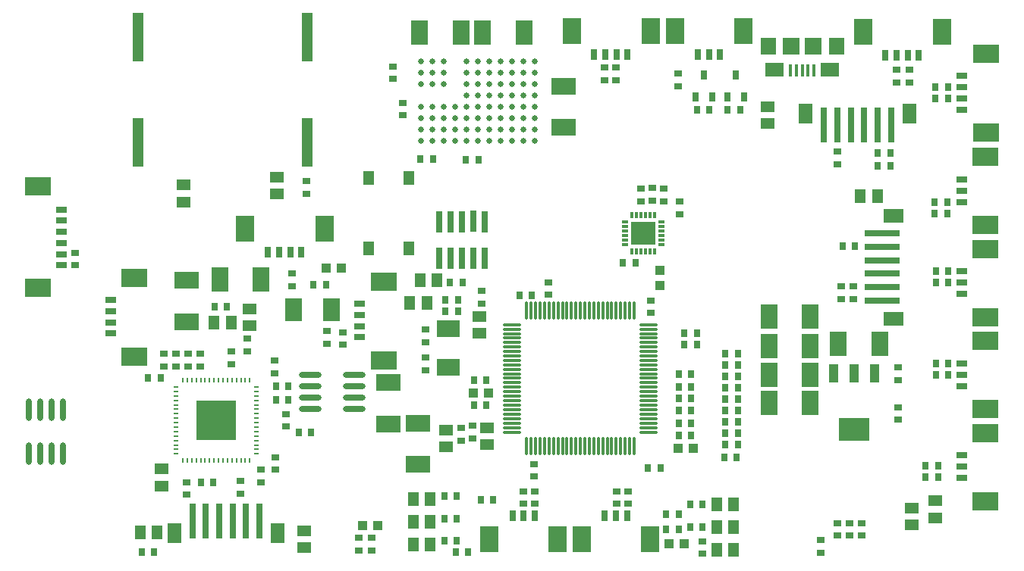
<source format=gtp>
%FSTAX23Y23*%
%MOIN*%
%SFA1B1*%

%IPPOS*%
%ADD10R,0.051180X0.061020*%
%ADD11R,0.059060X0.051180*%
%ADD12R,0.047240X0.212600*%
%ADD13R,0.031500X0.051180*%
%ADD14R,0.043310X0.039370*%
%ADD15R,0.039370X0.043310*%
%ADD16R,0.035430X0.031500*%
%ADD17R,0.031500X0.035430*%
%ADD18C,0.024800*%
%ADD19R,0.074800X0.106300*%
%ADD20R,0.157480X0.031500*%
%ADD21R,0.039370X0.078740*%
%ADD22R,0.137800X0.098430*%
%ADD23R,0.051180X0.031500*%
%ADD24R,0.102360X0.074800*%
%ADD25R,0.051180X0.059060*%
%ADD26O,0.082680X0.011810*%
%ADD27O,0.011810X0.082680*%
%ADD28R,0.031500X0.094490*%
%ADD29R,0.106300X0.074800*%
%ADD30R,0.031500X0.039370*%
%ADD31R,0.015750X0.053150*%
%ADD32R,0.070870X0.074800*%
%ADD33R,0.074800X0.074800*%
%ADD34R,0.082680X0.062990*%
%ADD35R,0.031500X0.157480*%
%ADD36O,0.009840X0.025590*%
%ADD37R,0.177160X0.177160*%
%ADD38O,0.025590X0.009840*%
%ADD39O,0.027560X0.098430*%
%ADD40O,0.098430X0.027560*%
%ADD41R,0.074800X0.102360*%
%ADD42R,0.031500X0.013780*%
%ADD43R,0.013780X0.031500*%
%ADD44R,0.106300X0.102360*%
%ADD60R,0.082680X0.118110*%
%ADD61R,0.090550X0.059060*%
%ADD62R,0.118110X0.082680*%
%ADD63R,0.059060X0.090550*%
%LNninja_ecu_pcb-1*%
%LPD*%
G54D10*
X02215Y02625D03*
X02392D03*
Y02937D03*
X02215D03*
G54D11*
X0181Y0294D03*
Y02865D03*
X027Y02252D03*
Y02327D03*
X014Y02905D03*
Y0283D03*
X02555Y01752D03*
Y01827D03*
X02735Y01762D03*
Y01837D03*
X03968Y03175D03*
Y0325D03*
X04705Y0144D03*
Y01515D03*
X046Y01484D03*
Y0141D03*
X01305Y0158D03*
Y01655D03*
X0169Y02285D03*
Y0236D03*
X0193Y01384D03*
Y0131D03*
G54D12*
X01945Y03555D03*
Y03094D03*
X012Y03555D03*
Y03094D03*
G54D13*
X0182Y0261D03*
X0177D03*
X01869D03*
X01918D03*
X03352Y0348D03*
X03254D03*
X03303D03*
X03205D03*
X03758D03*
X03709D03*
X0366D03*
X04534Y03475D03*
X04485D03*
X04583D03*
X04632D03*
X0335Y0145D03*
X033D03*
X03251D03*
X02945D03*
X02895D03*
X02846D03*
G54D14*
X02255Y01405D03*
X02188D03*
X03535Y01325D03*
X03601D03*
X02675Y0199D03*
X02741D03*
X02028Y0254D03*
X02095D03*
X0364Y01747D03*
X03573D03*
G54D15*
X03495Y0253D03*
Y02463D03*
G54D16*
X02895Y01557D03*
Y01502D03*
X02945Y01557D03*
Y01502D03*
X0185Y01897D03*
Y01842D03*
X01682Y02229D03*
Y02174D03*
X04275Y03052D03*
Y02997D03*
X0294Y01677D03*
Y01622D03*
X0232Y03372D03*
Y03427D03*
X0194Y02867D03*
Y02922D03*
X021Y02257D03*
Y02202D03*
X0203Y02262D03*
Y02207D03*
X0267Y01789D03*
Y01845D03*
X0262Y01779D03*
Y01835D03*
X02465Y02145D03*
Y02089D03*
Y02214D03*
Y0227D03*
X0271Y02384D03*
Y0244D03*
X0358Y02777D03*
Y02832D03*
X0351Y0289D03*
Y02834D03*
X0346Y02892D03*
Y02837D03*
X0341Y0289D03*
Y02834D03*
X03455Y02342D03*
Y02397D03*
X03005Y02477D03*
Y02422D03*
X0325Y03422D03*
Y03367D03*
X033Y03422D03*
Y03367D03*
X03575Y03339D03*
Y03395D03*
X04535Y03412D03*
Y03357D03*
X0459Y03412D03*
Y03357D03*
X0454Y02047D03*
Y02102D03*
Y01872D03*
Y01927D03*
X04275Y01417D03*
Y01362D03*
X04327Y01417D03*
Y01362D03*
X0438Y01417D03*
Y01362D03*
X03305Y01557D03*
Y01502D03*
X03355Y01557D03*
Y01502D03*
X02227Y01352D03*
Y01297D03*
X0217D03*
Y01352D03*
X01805Y01652D03*
Y01707D03*
X0174Y01652D03*
Y01597D03*
X0165Y01602D03*
Y01547D03*
X01415Y01597D03*
Y01542D03*
X0161Y02117D03*
Y02172D03*
X018Y02077D03*
Y02132D03*
X01877Y0246D03*
Y02515D03*
X00925Y02607D03*
Y02552D03*
X01367Y02107D03*
Y02162D03*
X01315D03*
Y02107D03*
X0368Y01282D03*
Y01337D03*
X02365Y03267D03*
Y03212D03*
X04345Y0246D03*
Y02404D03*
X042Y01287D03*
Y01342D03*
X0429Y02404D03*
Y0246D03*
X0142Y02107D03*
Y02162D03*
X01475Y02107D03*
Y02162D03*
G54D17*
X01962Y01815D03*
X01907D03*
X013Y02055D03*
X01244D03*
X04507Y0299D03*
X04452D03*
X04507Y03045D03*
X04452D03*
X03777Y01705D03*
X03832D03*
X03837Y01762D03*
X03782D03*
X03837Y01812D03*
X03782D03*
Y01862D03*
X03837D03*
X03782Y01912D03*
X03837D03*
X03782Y01962D03*
X03837D03*
Y02012D03*
X03782D03*
X03837Y02062D03*
X03782D03*
Y02112D03*
X03837D03*
X03782Y02162D03*
X03837D03*
X03632Y02072D03*
X03577D03*
X03632Y02015D03*
X03577D03*
X03632Y01967D03*
X03577D03*
X03632Y01912D03*
X03577D03*
X03632Y01857D03*
X03577D03*
X03632Y01802D03*
X03577D03*
X02732Y02045D03*
X02677D03*
X02732Y01935D03*
X02677D03*
X02552Y024D03*
X02607D03*
Y0235D03*
X02552D03*
X02572Y02475D03*
X02627D03*
X02932Y0242D03*
X02877D03*
X02442Y0302D03*
X02497D03*
X02697Y03015D03*
X02642D03*
X03332Y02562D03*
X03387D03*
X03657Y03237D03*
X03712D03*
X03792D03*
X03847D03*
X0476Y03285D03*
X04705D03*
X0476Y03335D03*
X04705D03*
X04702Y0278D03*
X04757D03*
X04702Y0283D03*
X04757D03*
X04707Y02525D03*
X04762D03*
X04707Y02475D03*
X04762D03*
X04707Y0207D03*
X04762D03*
X04707Y0212D03*
X04762D03*
X04662Y0167D03*
X04717D03*
X04662Y0162D03*
X04717D03*
X03577Y0139D03*
X03522D03*
Y01455D03*
X03577D03*
X03442Y0166D03*
X03497D03*
X02707Y0152D03*
X02762D03*
X01532Y01595D03*
X01477D03*
X01272Y0129D03*
X01217D03*
X01862Y0196D03*
X01807D03*
X01862Y0202D03*
X01807D03*
X02027Y02465D03*
X01972D03*
X01592Y0237D03*
X01537D03*
X02602Y0134D03*
X02547D03*
X03627Y015D03*
X03682D03*
X02602Y01435D03*
X02547D03*
X03627Y014D03*
X03682D03*
X02602Y01535D03*
X02547D03*
X03602Y02252D03*
X03657D03*
X04352Y02637D03*
X04297D03*
X02652Y0129D03*
X02597D03*
X03602Y02202D03*
X03657D03*
G54D18*
X02945Y034D03*
Y0345D03*
X02895Y034D03*
Y0345D03*
X02845D03*
Y034D03*
X02945Y033D03*
Y0335D03*
Y0325D03*
X02895Y0335D03*
Y033D03*
X02795Y034D03*
Y0345D03*
X02845Y0335D03*
X02745Y034D03*
Y0345D03*
X02795Y0335D03*
Y033D03*
X02745Y0335D03*
X02845Y033D03*
X02695D03*
X02745D03*
X02945Y032D03*
X02895Y0325D03*
X02845Y032D03*
Y0325D03*
X02895Y032D03*
X02945Y0315D03*
X02895D03*
X02945Y031D03*
X02845D03*
X02895D03*
X02795Y0325D03*
X02745D03*
X02795Y032D03*
X02695D03*
X02745D03*
X02845Y0315D03*
X02795D03*
Y031D03*
X02745Y0315D03*
Y031D03*
X02695Y0345D03*
X02645D03*
X02695Y034D03*
X02545D03*
X02645D03*
X02695Y0335D03*
X02645D03*
X02695Y0325D03*
X02645Y033D03*
X02595Y0325D03*
X02545Y0345D03*
X02495D03*
Y034D03*
X02445Y0345D03*
Y034D03*
X02545Y0335D03*
X02495D03*
X02545Y0325D03*
X02445Y0335D03*
Y0325D03*
X02645Y032D03*
Y0325D03*
X02695Y0315D03*
X02595Y032D03*
X02545D03*
X02645Y0315D03*
Y031D03*
X02595Y0315D03*
X02695Y031D03*
X02595D03*
X02495Y032D03*
Y0325D03*
X02545Y0315D03*
X02445Y032D03*
X02495Y031D03*
Y0315D03*
X02545Y031D03*
X02445Y0315D03*
Y031D03*
G54D19*
X02896Y03575D03*
X02715D03*
X0446Y02205D03*
X04278D03*
X04155Y02325D03*
X03973D03*
X04155Y02198D03*
X03973D03*
X04155Y02071D03*
X03973D03*
X04155Y01945D03*
X03973D03*
X0156Y0249D03*
X01741D03*
X0262Y03575D03*
X02438D03*
G54D20*
X0447Y02692D03*
Y02633D03*
Y02574D03*
Y02515D03*
Y02456D03*
Y02397D03*
G54D21*
X04437Y02075D03*
X04347D03*
X04256D03*
G54D22*
X04347Y0183D03*
G54D23*
X02175Y02333D03*
Y02382D03*
Y02284D03*
Y02235D03*
X04822Y03335D03*
Y03385D03*
Y03286D03*
Y03237D03*
X0482Y0293D03*
Y0288D03*
Y02831D03*
Y02525D03*
Y02475D03*
Y02426D03*
Y0212D03*
Y0207D03*
Y02021D03*
Y01715D03*
Y01665D03*
Y01616D03*
X00865Y02601D03*
Y02552D03*
Y02749D03*
Y02798D03*
Y027D03*
Y0265D03*
X0108Y02301D03*
Y0235D03*
Y024D03*
Y02252D03*
G54D24*
X02565Y02272D03*
Y02103D03*
G54D25*
X02395Y02385D03*
X0247D03*
X0244Y02485D03*
X02515D03*
X03818Y01499D03*
X03744D03*
X03818Y01299D03*
X03744D03*
X03818Y01399D03*
X03744D03*
X0241Y01523D03*
X02484D03*
X0241Y01423D03*
X02484D03*
X0241Y01323D03*
X02484D03*
X0121Y01375D03*
X01285D03*
X01609Y023D03*
X01535D03*
X04449Y02855D03*
X04375D03*
G54D26*
X03444Y02192D03*
Y02212D03*
X02845Y02291D03*
Y02271D03*
Y02251D03*
Y02232D03*
Y02212D03*
Y02192D03*
Y02173D03*
Y02153D03*
Y02133D03*
Y02114D03*
Y02094D03*
Y02074D03*
Y02055D03*
Y02035D03*
Y02015D03*
Y01995D03*
Y01976D03*
Y01956D03*
Y01936D03*
Y01917D03*
Y01897D03*
Y01877D03*
Y01858D03*
Y01838D03*
Y01818D03*
X03444D03*
Y01838D03*
Y01858D03*
Y01877D03*
Y01897D03*
Y01917D03*
Y01936D03*
Y01956D03*
Y01976D03*
Y01995D03*
Y02015D03*
Y02035D03*
Y02055D03*
Y02074D03*
Y02094D03*
Y02114D03*
Y02133D03*
Y02153D03*
Y02173D03*
Y02232D03*
Y02251D03*
Y02271D03*
Y02291D03*
G54D27*
X02908Y01755D03*
X02928D03*
X02948D03*
X02967D03*
X02987D03*
X03007D03*
X03026D03*
X03046D03*
X03066D03*
X03085D03*
X03105D03*
X03125D03*
X03145D03*
X03164D03*
X03184D03*
X03204D03*
X03223D03*
X03243D03*
X03263D03*
X03282D03*
X03302D03*
X03322D03*
X03341D03*
X03361D03*
X03381D03*
Y02354D03*
X03361D03*
X03341D03*
X03322D03*
X03302D03*
X03282D03*
X03263D03*
X03243D03*
X03223D03*
X03204D03*
X03184D03*
X03164D03*
X03145D03*
X03125D03*
X03105D03*
X03085D03*
X03066D03*
X03046D03*
X03026D03*
X03007D03*
X02987D03*
X02967D03*
X02948D03*
X02928D03*
X02908D03*
G54D28*
X02724Y02743D03*
Y02583D03*
X02674Y02745D03*
Y02583D03*
X02624Y02743D03*
Y02583D03*
X02574Y02743D03*
Y02583D03*
X02524Y02743D03*
Y02583D03*
G54D29*
X0307Y0316D03*
Y03341D03*
X0243Y01675D03*
Y01856D03*
X023Y02035D03*
Y01853D03*
X01415Y02485D03*
Y02303D03*
G54D30*
X0379Y03292D03*
X03864D03*
X03827Y0339D03*
X0365Y03292D03*
X03724D03*
X03687Y0339D03*
G54D31*
X0412Y03409D03*
X04145D03*
X04094D03*
X04068D03*
X04171D03*
G54D32*
X0397Y03515D03*
X04269D03*
G54D33*
X04072Y03515D03*
X04167D03*
G54D34*
X03997Y03414D03*
X04242D03*
G54D35*
X04215Y0317D03*
X04274D03*
X04333D03*
X04392D03*
X04451D03*
X0451D03*
X01439Y01425D03*
X01498D03*
X01675D03*
X01616D03*
X01557D03*
X01735D03*
G54D36*
X01554Y02046D03*
X01692Y01693D03*
X01672D03*
X01653D03*
X01633D03*
X01613D03*
X01594D03*
X01574D03*
X01554D03*
X01535D03*
X01515D03*
X01495D03*
X01476D03*
X01456D03*
X01436D03*
X01417D03*
X01397D03*
Y02046D03*
X01417D03*
X01436D03*
X01456D03*
X01476D03*
X01495D03*
X01515D03*
X01535D03*
X01594D03*
X01613D03*
X01633D03*
X01653D03*
X01672D03*
X01692D03*
X01574D03*
G54D37*
X01545Y0187D03*
G54D38*
X01721Y02017D03*
Y01997D03*
Y01978D03*
Y01958D03*
Y01938D03*
Y01919D03*
Y01899D03*
Y01879D03*
Y0186D03*
Y0184D03*
Y0182D03*
Y01801D03*
Y01781D03*
Y01761D03*
Y01742D03*
Y01722D03*
X01368D03*
Y01742D03*
Y01761D03*
Y01781D03*
Y01801D03*
Y0182D03*
Y0184D03*
Y0186D03*
Y01879D03*
Y01899D03*
Y01919D03*
Y01938D03*
Y01958D03*
Y01978D03*
Y01997D03*
Y02017D03*
G54D39*
X0072Y01723D03*
X0077D03*
X0082D03*
X0087D03*
X0072Y01916D03*
X0077D03*
X0082D03*
X0087D03*
G54D40*
X02151Y0192D03*
Y0197D03*
Y0202D03*
Y0207D03*
X01958Y0192D03*
Y0197D03*
Y0202D03*
Y0207D03*
G54D41*
X02052Y02357D03*
X01883D03*
G54D42*
X035Y02644D03*
Y02664D03*
Y02683D03*
Y02703D03*
Y02723D03*
Y02742D03*
X03342D03*
Y02723D03*
Y02703D03*
Y02683D03*
Y02664D03*
Y02644D03*
G54D43*
X03372Y02614D03*
X03391D03*
X03411D03*
X03431D03*
X0345D03*
X0347D03*
Y02772D03*
X0345D03*
X03431D03*
X03411D03*
X03391D03*
X03372D03*
G54D44*
X03421Y02693D03*
G54D60*
X0202Y02714D03*
X01672D03*
X03454Y03584D03*
X03106D03*
X0386D03*
X0356D03*
X04734Y03579D03*
X04386D03*
X03149Y01345D03*
X03449D03*
X02744D03*
X03044D03*
G54D61*
X0452Y02771D03*
Y02317D03*
G54D62*
X02279Y02133D03*
Y02481D03*
X04927Y03135D03*
Y03483D03*
X04924Y02729D03*
Y03029D03*
Y02324D03*
Y02624D03*
Y01919D03*
Y02219D03*
Y01514D03*
Y01814D03*
X0076Y02452D03*
Y02899D03*
X01184Y0215D03*
Y02498D03*
G54D63*
X04135Y0322D03*
X04589D03*
X0136Y01374D03*
X01814D03*
M02*
</source>
